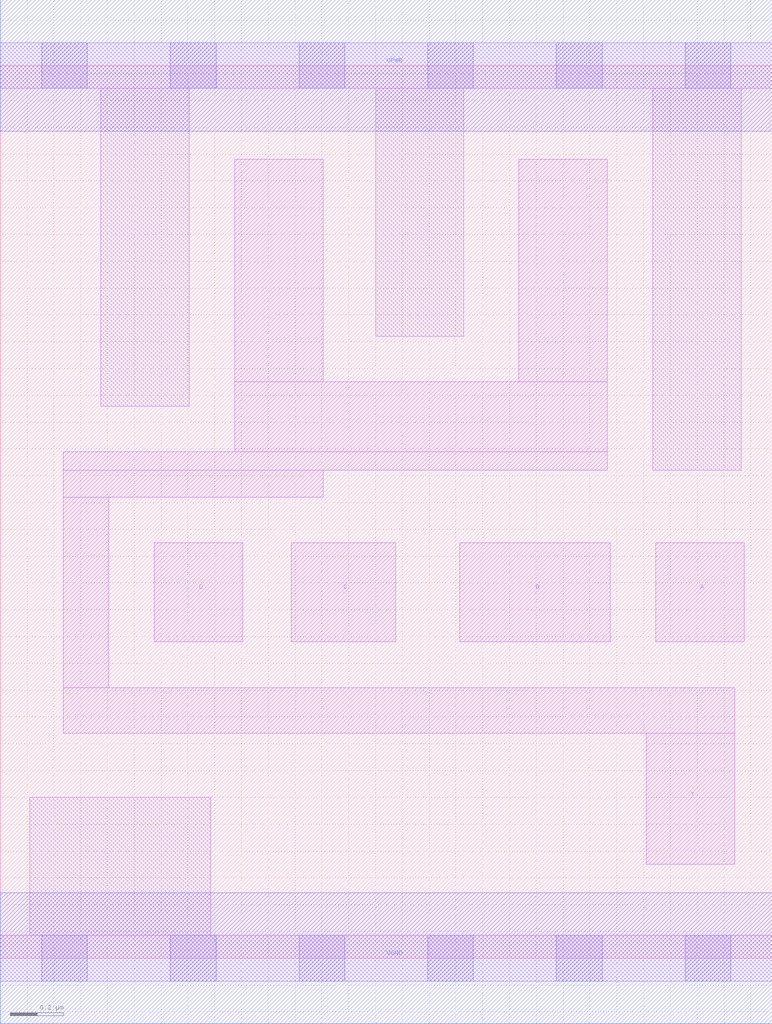
<source format=lef>
# Copyright 2020 The SkyWater PDK Authors
#
# Licensed under the Apache License, Version 2.0 (the "License");
# you may not use this file except in compliance with the License.
# You may obtain a copy of the License at
#
#     https://www.apache.org/licenses/LICENSE-2.0
#
# Unless required by applicable law or agreed to in writing, software
# distributed under the License is distributed on an "AS IS" BASIS,
# WITHOUT WARRANTIES OR CONDITIONS OF ANY KIND, either express or implied.
# See the License for the specific language governing permissions and
# limitations under the License.
#
# SPDX-License-Identifier: Apache-2.0

VERSION 5.7 ;
  NOWIREEXTENSIONATPIN ON ;
  DIVIDERCHAR "/" ;
  BUSBITCHARS "[]" ;
UNITS
  DATABASE MICRONS 200 ;
END UNITS
MACRO sky130_fd_sc_ls__nand4_1
  CLASS CORE ;
  FOREIGN sky130_fd_sc_ls__nand4_1 ;
  ORIGIN  0.000000  0.000000 ;
  SIZE  2.880000 BY  3.330000 ;
  SYMMETRY X Y ;
  SITE unit ;
  PIN A
    ANTENNAGATEAREA  0.279000 ;
    DIRECTION INPUT ;
    USE SIGNAL ;
    PORT
      LAYER li1 ;
        RECT 2.445000 1.180000 2.775000 1.550000 ;
    END
  END A
  PIN B
    ANTENNAGATEAREA  0.279000 ;
    DIRECTION INPUT ;
    USE SIGNAL ;
    PORT
      LAYER li1 ;
        RECT 1.715000 1.180000 2.275000 1.550000 ;
    END
  END B
  PIN C
    ANTENNAGATEAREA  0.279000 ;
    DIRECTION INPUT ;
    USE SIGNAL ;
    PORT
      LAYER li1 ;
        RECT 1.085000 1.180000 1.475000 1.550000 ;
    END
  END C
  PIN D
    ANTENNAGATEAREA  0.279000 ;
    DIRECTION INPUT ;
    USE SIGNAL ;
    PORT
      LAYER li1 ;
        RECT 0.575000 1.180000 0.905000 1.550000 ;
    END
  END D
  PIN Y
    ANTENNADIFFAREA  0.936500 ;
    DIRECTION OUTPUT ;
    USE SIGNAL ;
    PORT
      LAYER li1 ;
        RECT 0.235000 0.840000 2.740000 1.010000 ;
        RECT 0.235000 1.010000 0.405000 1.720000 ;
        RECT 0.235000 1.720000 1.205000 1.820000 ;
        RECT 0.235000 1.820000 2.265000 1.890000 ;
        RECT 0.875000 1.890000 2.265000 2.150000 ;
        RECT 0.875000 2.150000 1.205000 2.980000 ;
        RECT 1.935000 2.150000 2.265000 2.980000 ;
        RECT 2.410000 0.350000 2.740000 0.840000 ;
    END
  END Y
  PIN VGND
    DIRECTION INOUT ;
    SHAPE ABUTMENT ;
    USE GROUND ;
    PORT
      LAYER met1 ;
        RECT 0.000000 -0.245000 2.880000 0.245000 ;
    END
  END VGND
  PIN VPWR
    DIRECTION INOUT ;
    SHAPE ABUTMENT ;
    USE POWER ;
    PORT
      LAYER met1 ;
        RECT 0.000000 3.085000 2.880000 3.575000 ;
    END
  END VPWR
  OBS
    LAYER li1 ;
      RECT 0.000000 -0.085000 2.880000 0.085000 ;
      RECT 0.000000  3.245000 2.880000 3.415000 ;
      RECT 0.110000  0.085000 0.785000 0.600000 ;
      RECT 0.375000  2.060000 0.705000 3.245000 ;
      RECT 1.400000  2.320000 1.730000 3.245000 ;
      RECT 2.435000  1.820000 2.765000 3.245000 ;
    LAYER mcon ;
      RECT 0.155000 -0.085000 0.325000 0.085000 ;
      RECT 0.155000  3.245000 0.325000 3.415000 ;
      RECT 0.635000 -0.085000 0.805000 0.085000 ;
      RECT 0.635000  3.245000 0.805000 3.415000 ;
      RECT 1.115000 -0.085000 1.285000 0.085000 ;
      RECT 1.115000  3.245000 1.285000 3.415000 ;
      RECT 1.595000 -0.085000 1.765000 0.085000 ;
      RECT 1.595000  3.245000 1.765000 3.415000 ;
      RECT 2.075000 -0.085000 2.245000 0.085000 ;
      RECT 2.075000  3.245000 2.245000 3.415000 ;
      RECT 2.555000 -0.085000 2.725000 0.085000 ;
      RECT 2.555000  3.245000 2.725000 3.415000 ;
  END
END sky130_fd_sc_ls__nand4_1
END LIBRARY

</source>
